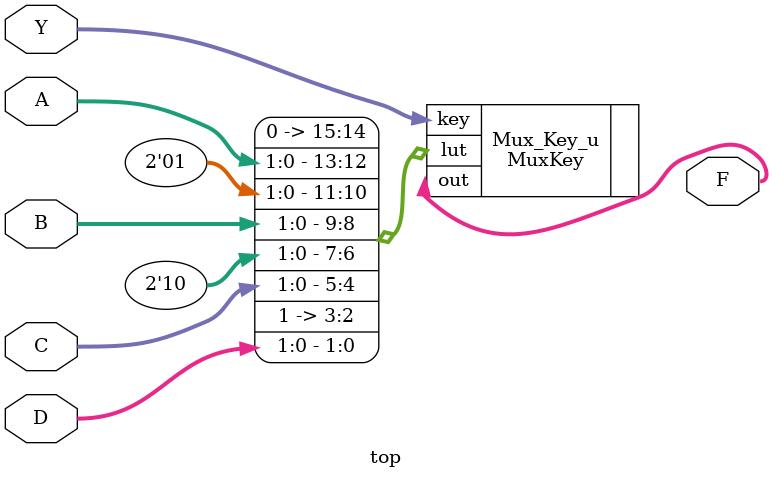
<source format=v>
module top(
	input	[1:0]		Y	, 
	input	[1:0]		A	, 
	input	[1:0]		B	,
	input	[1:0]		C	,
	input	[1:0]		D	,
	
	output	reg [1:0]	F	
);
	MuxKey #(4,2,2) Mux_Key_u(
		.out	(F		),
		.key	(Y		),
		.lut	({2'b00,A,2'b01,B,2'b10,C,2'b11,D})	
	);



endmodule

</source>
